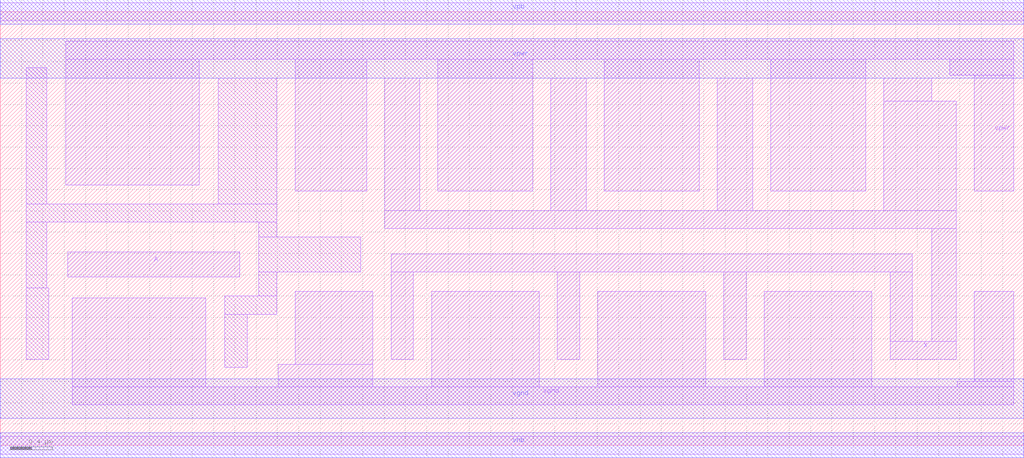
<source format=lef>
VERSION 5.3 ;
   NAMESCASESENSITIVE ON ;
   NOWIREEXTENSIONATPIN ON ;
   DIVIDERCHAR "/" ;
   BUSBITCHARS "[]" ;
UNITS
   DATABASE MICRONS 1000 ;
END UNITS

MACRO lvlshiftdown
   CLASS BLOCK ;
   FOREIGN lvlshiftdown ;
   ORIGIN -0.0000 -0.0000 ;
   SIZE 9.6000 BY 4.0700 ;
   PIN vnb
      PORT
         LAYER li1 ;
	    RECT 0.0000 -0.0850 9.6000 0.0850 ;
         LAYER met1 ;
	    RECT 0.0000 -0.1150 9.6000 0.1150 ;
      END
   END vnb
   PIN vpwr
      PORT
         LAYER li1 ;
	    RECT 0.6150 3.6250 9.5050 3.7950 ;
	    RECT 0.6150 2.4450 1.8650 3.6250 ;
	    RECT 2.7650 2.3850 3.4350 3.6250 ;
	    RECT 4.1050 2.3850 4.9950 3.6250 ;
	    RECT 5.6650 2.3850 6.5550 3.6250 ;
	    RECT 7.2250 2.3850 8.1150 3.6250 ;
	    RECT 8.9050 3.4750 9.5050 3.6250 ;
	    RECT 9.1350 2.3850 9.5050 3.4750 ;
         LAYER met1 ;
	    RECT 0.0000 3.4450 9.6000 3.8150 ;
      END
   END vpwr
   PIN vpb
      PORT
         LAYER li1 ;
	    RECT 0.0000 3.9850 9.6000 4.1550 ;
         LAYER met1 ;
	    RECT 0.0000 3.9550 9.6000 4.1850 ;
      END
   END vpb
   PIN vpb
   END vpb
   PIN vgnd
      PORT
         LAYER li1 ;
	    RECT 0.6750 0.5500 1.9250 1.3850 ;
	    RECT 2.7650 0.7600 3.4950 1.4450 ;
	    RECT 2.6050 0.5500 3.4950 0.7600 ;
	    RECT 4.0450 0.5500 5.0550 1.4450 ;
	    RECT 5.6050 0.5500 6.6150 1.4450 ;
	    RECT 7.1650 0.5500 8.1750 1.4450 ;
	    RECT 9.1350 0.6000 9.5050 1.4450 ;
	    RECT 8.9750 0.5500 9.5050 0.6000 ;
	    RECT 0.6750 0.3800 9.5050 0.5500 ;
         LAYER met1 ;
	    RECT 0.0000 0.2550 9.6000 0.6250 ;
      END
   END vgnd
   PIN vnb
   END vnb
   PIN X
      PORT
         LAYER li1 ;
	    RECT 3.6050 2.2050 3.9350 3.4450 ;
	    RECT 5.1650 2.2050 5.4950 3.4450 ;
	    RECT 6.7250 2.2050 7.0550 3.4450 ;
	    RECT 8.2850 3.2300 8.7350 3.4450 ;
	    RECT 8.2850 2.2050 8.9650 3.2300 ;
	    RECT 3.6050 2.0350 8.9650 2.2050 ;
	    RECT 3.6650 1.6250 8.5550 1.7950 ;
	    RECT 3.6650 0.8050 3.8750 1.6250 ;
	    RECT 5.2250 0.8050 5.4350 1.6250 ;
	    RECT 6.7850 0.8050 6.9950 1.6250 ;
	    RECT 8.3450 0.9750 8.5550 1.6250 ;
	    RECT 8.7350 0.9750 8.9650 2.0350 ;
	    RECT 8.3450 0.8050 8.9650 0.9750 ;
      END
   END X
   PIN X
   END X
   PIN X
   END X
   PIN X
   END X
   PIN X
   END X
   PIN X
   END X
   PIN X
   END X
   PIN A
      PORT
         LAYER li1 ;
	    RECT 0.6350 1.5800 2.2450 1.8150 ;
      END
   END A
   PIN A
   END A
   PIN A
   END A
   PIN A
   END A
   OBS
         LAYER li1 ;
	    RECT 0.2450 2.2650 0.4350 3.5450 ;
	    RECT 2.0450 2.2650 2.5950 3.4450 ;
	    RECT 0.2450 2.0950 2.5950 2.2650 ;
	    RECT 0.2450 1.4750 0.4350 2.0950 ;
	    RECT 2.4250 1.9550 2.5950 2.0950 ;
	    RECT 2.4250 1.6250 3.3800 1.9550 ;
	    RECT 0.2450 0.8050 0.4550 1.4750 ;
	    RECT 2.4250 1.4000 2.5950 1.6250 ;
	    RECT 2.1050 1.2300 2.5950 1.4000 ;
	    RECT 2.1050 0.7300 2.3150 1.2300 ;
   END
END lvlshiftdown

</source>
